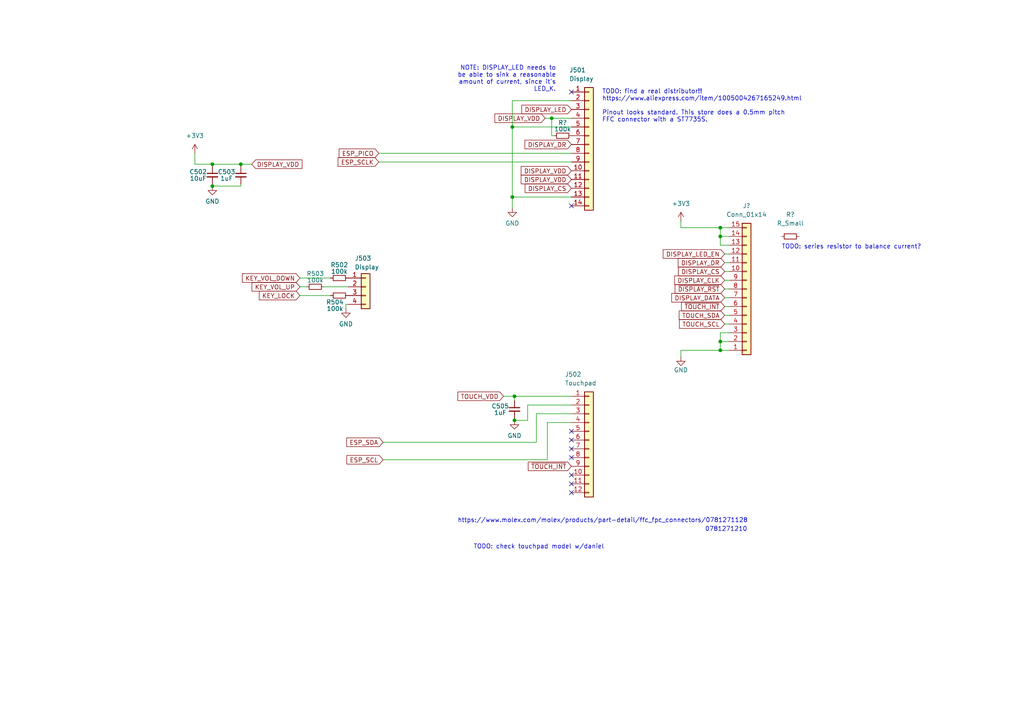
<source format=kicad_sch>
(kicad_sch (version 20211123) (generator eeschema)
  (paper "A4")
  (lib_symbols
    (symbol "Connector_Generic:Conn_01x04" (pin_names (offset 1.016) hide)
      (property "Reference" "J" (at 0 5.08 0))
      (property "Value" "Conn_01x04" (at 0 -7.62 0))
      (symbol "Conn_01x04_1_1"
        (rectangle (start -1.27 -4.953) (end 0 -5.207) (stroke (width 0.1524)))
        (rectangle (start -1.27 -2.413) (end 0 -2.667) (stroke (width 0.1524)))
        (rectangle (start -1.27 0.127) (end 0 -0.127) (stroke (width 0.1524)))
        (rectangle (start -1.27 2.667) (end 0 2.413) (stroke (width 0.1524)))
        (rectangle (start -1.27 3.81) (end 1.27 -6.35) (stroke (width 0.254)) (fill (type background)))
        (pin passive line (at -5.08 2.54 0) (length 3.81) (name "Pin_1") (number "1"))
        (pin passive line (at -5.08 0 0) (length 3.81) (name "Pin_2") (number "2"))
        (pin passive line (at -5.08 -2.54 0) (length 3.81) (name "Pin_3") (number "3"))
        (pin passive line (at -5.08 -5.08 0) (length 3.81) (name "Pin_4") (number "4"))
      )
    )
    (symbol "Connector_Generic:Conn_01x12" (pin_names (offset 1.016) hide)
      (property "Reference" "J" (at 0 15.24 0))
      (property "Value" "Conn_01x12" (at 0 -17.78 0))
      (symbol "Conn_01x12_1_1"
        (rectangle (start -1.27 -15.113) (end 0 -15.367) (stroke (width 0.1524)))
        (rectangle (start -1.27 -12.573) (end 0 -12.827) (stroke (width 0.1524)))
        (rectangle (start -1.27 -10.033) (end 0 -10.287) (stroke (width 0.1524)))
        (rectangle (start -1.27 -7.493) (end 0 -7.747) (stroke (width 0.1524)))
        (rectangle (start -1.27 -4.953) (end 0 -5.207) (stroke (width 0.1524)))
        (rectangle (start -1.27 -2.413) (end 0 -2.667) (stroke (width 0.1524)))
        (rectangle (start -1.27 0.127) (end 0 -0.127) (stroke (width 0.1524)))
        (rectangle (start -1.27 2.667) (end 0 2.413) (stroke (width 0.1524)))
        (rectangle (start -1.27 5.207) (end 0 4.953) (stroke (width 0.1524)))
        (rectangle (start -1.27 7.747) (end 0 7.493) (stroke (width 0.1524)))
        (rectangle (start -1.27 10.287) (end 0 10.033) (stroke (width 0.1524)))
        (rectangle (start -1.27 12.827) (end 0 12.573) (stroke (width 0.1524)))
        (rectangle (start -1.27 13.97) (end 1.27 -16.51) (stroke (width 0.254)) (fill (type background)))
        (pin passive line (at -5.08 12.7 0) (length 3.81) (name "Pin_1") (number "1"))
        (pin passive line (at -5.08 -10.16 0) (length 3.81) (name "Pin_10") (number "10"))
        (pin passive line (at -5.08 -12.7 0) (length 3.81) (name "Pin_11") (number "11"))
        (pin passive line (at -5.08 -15.24 0) (length 3.81) (name "Pin_12") (number "12"))
        (pin passive line (at -5.08 10.16 0) (length 3.81) (name "Pin_2") (number "2"))
        (pin passive line (at -5.08 7.62 0) (length 3.81) (name "Pin_3") (number "3"))
        (pin passive line (at -5.08 5.08 0) (length 3.81) (name "Pin_4") (number "4"))
        (pin passive line (at -5.08 2.54 0) (length 3.81) (name "Pin_5") (number "5"))
        (pin passive line (at -5.08 0 0) (length 3.81) (name "Pin_6") (number "6"))
        (pin passive line (at -5.08 -2.54 0) (length 3.81) (name "Pin_7") (number "7"))
        (pin passive line (at -5.08 -5.08 0) (length 3.81) (name "Pin_8") (number "8"))
        (pin passive line (at -5.08 -7.62 0) (length 3.81) (name "Pin_9") (number "9"))
      )
    )
    (symbol "Connector_Generic:Conn_01x14" (pin_names (offset 1.016) hide)
      (property "Reference" "J" (at 0 17.78 0))
      (property "Value" "Conn_01x14" (at 0 -20.32 0))
      (symbol "Conn_01x14_1_1"
        (rectangle (start -1.27 -17.653) (end 0 -17.907) (stroke (width 0.1524)))
        (rectangle (start -1.27 -15.113) (end 0 -15.367) (stroke (width 0.1524)))
        (rectangle (start -1.27 -12.573) (end 0 -12.827) (stroke (width 0.1524)))
        (rectangle (start -1.27 -10.033) (end 0 -10.287) (stroke (width 0.1524)))
        (rectangle (start -1.27 -7.493) (end 0 -7.747) (stroke (width 0.1524)))
        (rectangle (start -1.27 -4.953) (end 0 -5.207) (stroke (width 0.1524)))
        (rectangle (start -1.27 -2.413) (end 0 -2.667) (stroke (width 0.1524)))
        (rectangle (start -1.27 0.127) (end 0 -0.127) (stroke (width 0.1524)))
        (rectangle (start -1.27 2.667) (end 0 2.413) (stroke (width 0.1524)))
        (rectangle (start -1.27 5.207) (end 0 4.953) (stroke (width 0.1524)))
        (rectangle (start -1.27 7.747) (end 0 7.493) (stroke (width 0.1524)))
        (rectangle (start -1.27 10.287) (end 0 10.033) (stroke (width 0.1524)))
        (rectangle (start -1.27 12.827) (end 0 12.573) (stroke (width 0.1524)))
        (rectangle (start -1.27 15.367) (end 0 15.113) (stroke (width 0.1524)))
        (rectangle (start -1.27 16.51) (end 1.27 -19.05) (stroke (width 0.254)) (fill (type background)))
        (pin passive line (at -5.08 15.24 0) (length 3.81) (name "Pin_1") (number "1"))
        (pin passive line (at -5.08 -7.62 0) (length 3.81) (name "Pin_10") (number "10"))
        (pin passive line (at -5.08 -10.16 0) (length 3.81) (name "Pin_11") (number "11"))
        (pin passive line (at -5.08 -12.7 0) (length 3.81) (name "Pin_12") (number "12"))
        (pin passive line (at -5.08 -15.24 0) (length 3.81) (name "Pin_13") (number "13"))
        (pin passive line (at -5.08 -17.78 0) (length 3.81) (name "Pin_14") (number "14"))
        (pin passive line (at -5.08 12.7 0) (length 3.81) (name "Pin_2") (number "2"))
        (pin passive line (at -5.08 10.16 0) (length 3.81) (name "Pin_3") (number "3"))
        (pin passive line (at -5.08 7.62 0) (length 3.81) (name "Pin_4") (number "4"))
        (pin passive line (at -5.08 5.08 0) (length 3.81) (name "Pin_5") (number "5"))
        (pin passive line (at -5.08 2.54 0) (length 3.81) (name "Pin_6") (number "6"))
        (pin passive line (at -5.08 0 0) (length 3.81) (name "Pin_7") (number "7"))
        (pin passive line (at -5.08 -2.54 0) (length 3.81) (name "Pin_8") (number "8"))
        (pin passive line (at -5.08 -5.08 0) (length 3.81) (name "Pin_9") (number "9"))
      )
    )
    (symbol "Connector_Generic:Conn_01x15" (pin_names (offset 1.016) hide)
      (property "Reference" "J" (at 0 20.32 0))
      (property "Value" "Conn_01x15" (at 0 -20.32 0))
      (symbol "Conn_01x15_1_1"
        (rectangle (start -1.27 -17.653) (end 0 -17.907) (stroke (width 0.1524)))
        (rectangle (start -1.27 -15.113) (end 0 -15.367) (stroke (width 0.1524)))
        (rectangle (start -1.27 -12.573) (end 0 -12.827) (stroke (width 0.1524)))
        (rectangle (start -1.27 -10.033) (end 0 -10.287) (stroke (width 0.1524)))
        (rectangle (start -1.27 -7.493) (end 0 -7.747) (stroke (width 0.1524)))
        (rectangle (start -1.27 -4.953) (end 0 -5.207) (stroke (width 0.1524)))
        (rectangle (start -1.27 -2.413) (end 0 -2.667) (stroke (width 0.1524)))
        (rectangle (start -1.27 0.127) (end 0 -0.127) (stroke (width 0.1524)))
        (rectangle (start -1.27 2.667) (end 0 2.413) (stroke (width 0.1524)))
        (rectangle (start -1.27 5.207) (end 0 4.953) (stroke (width 0.1524)))
        (rectangle (start -1.27 7.747) (end 0 7.493) (stroke (width 0.1524)))
        (rectangle (start -1.27 10.287) (end 0 10.033) (stroke (width 0.1524)))
        (rectangle (start -1.27 12.827) (end 0 12.573) (stroke (width 0.1524)))
        (rectangle (start -1.27 15.367) (end 0 15.113) (stroke (width 0.1524)))
        (rectangle (start -1.27 17.907) (end 0 17.653) (stroke (width 0.1524)))
        (rectangle (start -1.27 19.05) (end 1.27 -19.05) (stroke (width 0.254)) (fill (type background)))
        (pin passive line (at -5.08 17.78 0) (length 3.81) (name "Pin_1") (number "1"))
        (pin passive line (at -5.08 -5.08 0) (length 3.81) (name "Pin_10") (number "10"))
        (pin passive line (at -5.08 -7.62 0) (length 3.81) (name "Pin_11") (number "11"))
        (pin passive line (at -5.08 -10.16 0) (length 3.81) (name "Pin_12") (number "12"))
        (pin passive line (at -5.08 -12.7 0) (length 3.81) (name "Pin_13") (number "13"))
        (pin passive line (at -5.08 -15.24 0) (length 3.81) (name "Pin_14") (number "14"))
        (pin passive line (at -5.08 -17.78 0) (length 3.81) (name "Pin_15") (number "15"))
        (pin passive line (at -5.08 15.24 0) (length 3.81) (name "Pin_2") (number "2"))
        (pin passive line (at -5.08 12.7 0) (length 3.81) (name "Pin_3") (number "3"))
        (pin passive line (at -5.08 10.16 0) (length 3.81) (name "Pin_4") (number "4"))
        (pin passive line (at -5.08 7.62 0) (length 3.81) (name "Pin_5") (number "5"))
        (pin passive line (at -5.08 5.08 0) (length 3.81) (name "Pin_6") (number "6"))
        (pin passive line (at -5.08 2.54 0) (length 3.81) (name "Pin_7") (number "7"))
        (pin passive line (at -5.08 0 0) (length 3.81) (name "Pin_8") (number "8"))
        (pin passive line (at -5.08 -2.54 0) (length 3.81) (name "Pin_9") (number "9"))
      )
    )
    (symbol "Device:C_Small" (pin_numbers hide) (pin_names (offset 0.254) hide)
      (property "Reference" "C" (at 0.254 1.778 0))
      (property "Value" "C_Small" (at 0.254 -2.032 0))
      (symbol "C_Small_0_1"
        (polyline (pts (xy -1.524 -0.508) (xy 1.524 -0.508)) (stroke (width 0.3302)))
        (polyline (pts (xy -1.524 0.508) (xy 1.524 0.508)) (stroke (width 0.3048)))
      )
      (symbol "C_Small_1_1"
        (pin passive line (at 0 2.54 270) (length 2.032) (name "~") (number "1"))
        (pin passive line (at 0 -2.54 90) (length 2.032) (name "~") (number "2"))
      )
    )
    (symbol "Device:R_Small" (pin_numbers hide) (pin_names (offset 0.254) hide)
      (property "Reference" "R" (at 0.762 0.508 0))
      (property "Value" "R_Small" (at 0.762 -1.016 0))
      (symbol "R_Small_0_1"
        (rectangle (start -0.762 1.778) (end 0.762 -1.778) (stroke (width 0.2032)))
      )
      (symbol "R_Small_1_1"
        (pin passive line (at 0 2.54 270) (length 0.762) (name "~") (number "1"))
        (pin passive line (at 0 -2.54 90) (length 0.762) (name "~") (number "2"))
      )
    )
    (symbol "power:+3V3" (power) (pin_names (offset 0))
      (property "Value" "+3V3" (at 0 3.556 0))
      (symbol "+3V3_0_1"
        (polyline (pts (xy -0.762 1.27) (xy 0 2.54)))
        (polyline (pts (xy 0 0) (xy 0 2.54)))
        (polyline (pts (xy 0 2.54) (xy 0.762 1.27)))
      )
      (symbol "+3V3_1_1"
        (pin power_in line (at 0 0 90) (length 0) hide (name "+3V3") (number "1"))
      )
    )
    (symbol "power:GND" (power) (pin_names (offset 0))
      (property "Value" "GND" (at 0 -3.81 0))
      (symbol "GND_0_1"
        (polyline (pts (xy 0 0) (xy 0 -1.27) (xy 1.27 -1.27) (xy 0 -2.54) (xy -1.27 -1.27) (xy 0 -1.27)))
      )
      (symbol "GND_1_1"
        (pin power_in line (at 0 0 270) (length 0) hide (name "GND") (number "1"))
      )
    )
  )
  (junction (at 149.225 121.92))
  (junction (at 69.85 47.625))
  (junction (at 148.59 57.15))
  (junction (at 61.595 53.975))
  (junction (at 208.915 66.04))
  (junction (at 208.915 99.06))
  (junction (at 160.02 34.29))
  (junction (at 208.915 68.58))
  (junction (at 61.595 47.625))
  (junction (at 208.915 101.6))
  (junction (at 149.225 114.935))
  (junction (at 148.59 36.83))
  (no_connect (at 165.735 59.69))
  (no_connect (at 165.735 137.795))
  (no_connect (at 165.735 26.67))
  (no_connect (at 165.735 132.715))
  (no_connect (at 165.735 140.335))
  (no_connect (at 165.735 142.875))
  (no_connect (at 165.735 125.095))
  (no_connect (at 165.735 127.635))
  (no_connect (at 165.735 130.175))
  (wire (pts (xy 197.485 101.6) (xy 208.915 101.6)))
  (wire (pts (xy 210.185 76.2) (xy 211.455 76.2)))
  (wire (pts (xy 109.855 46.99) (xy 165.735 46.99)))
  (wire (pts (xy 208.915 99.06) (xy 208.915 101.6)))
  (wire (pts (xy 149.225 116.205) (xy 149.225 114.935)))
  (wire (pts (xy 155.575 128.27) (xy 155.575 120.015)))
  (wire (pts (xy 148.59 36.83) (xy 165.735 36.83)))
  (wire (pts (xy 86.995 85.725) (xy 95.885 85.725)))
  (wire (pts (xy 210.185 86.36) (xy 211.455 86.36)))
  (wire (pts (xy 86.995 83.185) (xy 88.9 83.185)))
  (wire (pts (xy 208.915 68.58) (xy 208.915 66.04)))
  (wire (pts (xy 210.185 78.74) (xy 211.455 78.74)))
  (wire (pts (xy 211.455 71.12) (xy 208.915 71.12)))
  (wire (pts (xy 153.035 117.475) (xy 153.035 121.92)))
  (wire (pts (xy 158.75 122.555) (xy 158.75 133.35)))
  (wire (pts (xy 148.59 57.15) (xy 165.735 57.15)))
  (wire (pts (xy 155.575 120.015) (xy 165.735 120.015)))
  (wire (pts (xy 165.735 29.21) (xy 148.59 29.21)))
  (wire (pts (xy 197.485 103.505) (xy 197.485 101.6)))
  (wire (pts (xy 210.185 88.9) (xy 211.455 88.9)))
  (wire (pts (xy 148.59 36.83) (xy 148.59 57.15)))
  (wire (pts (xy 160.655 39.37) (xy 160.02 39.37)))
  (wire (pts (xy 100.965 88.265) (xy 100.33 88.265)))
  (wire (pts (xy 211.455 99.06) (xy 208.915 99.06)))
  (wire (pts (xy 111.125 133.35) (xy 158.75 133.35)))
  (wire (pts (xy 69.85 47.625) (xy 73.025 47.625)))
  (wire (pts (xy 100.33 88.265) (xy 100.33 89.535)))
  (wire (pts (xy 149.225 121.92) (xy 149.225 121.285)))
  (wire (pts (xy 61.595 47.625) (xy 69.85 47.625)))
  (wire (pts (xy 165.735 122.555) (xy 158.75 122.555)))
  (wire (pts (xy 111.125 128.27) (xy 155.575 128.27)))
  (wire (pts (xy 211.455 68.58) (xy 208.915 68.58)))
  (wire (pts (xy 148.59 57.15) (xy 148.59 60.325)))
  (wire (pts (xy 165.735 117.475) (xy 153.035 117.475)))
  (wire (pts (xy 210.185 91.44) (xy 211.455 91.44)))
  (wire (pts (xy 160.02 34.29) (xy 160.02 39.37)))
  (wire (pts (xy 208.915 101.6) (xy 211.455 101.6)))
  (wire (pts (xy 146.05 114.935) (xy 149.225 114.935)))
  (wire (pts (xy 56.515 44.45) (xy 56.515 47.625)))
  (wire (pts (xy 69.85 53.34) (xy 69.85 53.975)))
  (wire (pts (xy 210.185 83.82) (xy 211.455 83.82)))
  (wire (pts (xy 61.595 53.975) (xy 61.595 53.34)))
  (wire (pts (xy 109.855 44.45) (xy 165.735 44.45)))
  (wire (pts (xy 211.455 96.52) (xy 208.915 96.52)))
  (wire (pts (xy 93.98 83.185) (xy 100.965 83.185)))
  (wire (pts (xy 149.225 114.935) (xy 165.735 114.935)))
  (wire (pts (xy 61.595 48.26) (xy 61.595 47.625)))
  (wire (pts (xy 208.915 71.12) (xy 208.915 68.58)))
  (wire (pts (xy 208.915 96.52) (xy 208.915 99.06)))
  (wire (pts (xy 153.035 121.92) (xy 149.225 121.92)))
  (wire (pts (xy 69.85 53.975) (xy 61.595 53.975)))
  (wire (pts (xy 56.515 47.625) (xy 61.595 47.625)))
  (wire (pts (xy 210.185 93.98) (xy 211.455 93.98)))
  (wire (pts (xy 160.02 34.29) (xy 165.735 34.29)))
  (wire (pts (xy 148.59 29.21) (xy 148.59 36.83)))
  (wire (pts (xy 197.485 66.04) (xy 208.915 66.04)))
  (wire (pts (xy 197.485 64.135) (xy 197.485 66.04)))
  (wire (pts (xy 208.915 66.04) (xy 211.455 66.04)))
  (wire (pts (xy 69.85 47.625) (xy 69.85 48.26)))
  (wire (pts (xy 86.995 80.645) (xy 95.885 80.645)))
  (wire (pts (xy 210.185 73.66) (xy 211.455 73.66)))
  (wire (pts (xy 210.185 81.28) (xy 211.455 81.28)))
  (wire (pts (xy 158.115 34.29) (xy 160.02 34.29)))
  (text "0781271210" (at 204.47 154.305 0) (effects (font (size 1.27 1.27)) (justify left bottom)))
  (text "TODO: find a real distributor!!\nhttps://www.aliexpress.com/item/1005004267165249.html\n\nPinout looks standard. This store does a 0.5mm pitch\nFFC connector with a ST7735S." (at 174.625 35.56 0) (effects (font (size 1.27 1.27)) (justify left bottom)))
  (text "TODO: check touchpad model w/daniel" (at 175.26 159.385 180) (effects (font (size 1.27 1.27)) (justify right bottom)))
  (text "TODO: series resistor to balance current?" (at 226.695 72.39 0) (effects (font (size 1.27 1.27)) (justify left bottom)))
  (text "NOTE: DISPLAY_LED needs to\nbe able to sink a reasonable\namount of current, since it's\nLED_K." (at 161.29 26.67 0) (effects (font (size 1.27 1.27)) (justify right bottom)))
  (text "https://www.molex.com/molex/products/part-detail/ffc_fpc_connectors/0781271128" (at 132.715 151.765 0) (effects (font (size 1.27 1.27)) (justify left bottom)))
  (global_label "DISPLAY_VDD" (shape input) (at 73.025 47.625 0) (property "Intersheet References" "${INTERSHEET_REFS}" (effects hide)))
  (global_label "~{DISPLAY_RST}" (shape input) (at 210.185 83.82 180) (property "Intersheet References" "${INTERSHEET_REFS}" (effects hide)))
  (global_label "DISPLAY_DR" (shape input) (at 210.185 76.2 180) (property "Intersheet References" "${INTERSHEET_REFS}" (effects hide)))
  (global_label "KEY_LOCK" (shape input) (at 86.995 85.725 180) (property "Intersheet References" "${INTERSHEET_REFS}" (effects hide)))
  (global_label "KEY_VOL_UP" (shape input) (at 86.995 83.185 180) (property "Intersheet References" "${INTERSHEET_REFS}" (effects hide)))
  (global_label "DISPLAY_VDD" (shape input) (at 165.735 49.53 180) (property "Intersheet References" "${INTERSHEET_REFS}" (effects hide)))
  (global_label "DISPLAY_CLK" (shape input) (at 210.185 81.28 180) (property "Intersheet References" "${INTERSHEET_REFS}" (effects hide)))
  (global_label "ESP_PICO" (shape input) (at 109.855 44.45 180) (property "Intersheet References" "${INTERSHEET_REFS}" (effects hide)))
  (global_label "TOUCH_VDD" (shape input) (at 146.05 114.935 180) (property "Intersheet References" "${INTERSHEET_REFS}" (effects hide)))
  (global_label "KEY_VOL_DOWN" (shape input) (at 86.995 80.645 180) (property "Intersheet References" "${INTERSHEET_REFS}" (effects hide)))
  (global_label "ESP_SDA" (shape input) (at 111.125 128.27 180) (property "Intersheet References" "${INTERSHEET_REFS}" (effects hide)))
  (global_label "TOUCH_SCL" (shape input) (at 210.185 93.98 180) (property "Intersheet References" "${INTERSHEET_REFS}" (effects hide)))
  (global_label "DISPLAY_LED" (shape input) (at 165.735 31.75 180) (property "Intersheet References" "${INTERSHEET_REFS}" (effects hide)))
  (global_label "ESP_SCLK" (shape input) (at 109.855 46.99 180) (property "Intersheet References" "${INTERSHEET_REFS}" (effects hide)))
  (global_label "DISPLAY_VDD" (shape input) (at 158.115 34.29 180) (property "Intersheet References" "${INTERSHEET_REFS}" (effects hide)))
  (global_label "DISPLAY_DATA" (shape input) (at 210.185 86.36 180) (property "Intersheet References" "${INTERSHEET_REFS}" (effects hide)))
  (global_label "TOUCH_SDA" (shape input) (at 210.185 91.44 180) (property "Intersheet References" "${INTERSHEET_REFS}" (effects hide)))
  (global_label "DISPLAY_CS" (shape input) (at 165.735 54.61 180) (property "Intersheet References" "${INTERSHEET_REFS}" (effects hide)))
  (global_label "DISPLAY_LED_EN" (shape input) (at 210.185 73.66 180) (property "Intersheet References" "${INTERSHEET_REFS}" (effects hide)))
  (global_label "ESP_SCL" (shape input) (at 111.125 133.35 180) (property "Intersheet References" "${INTERSHEET_REFS}" (effects hide)))
  (global_label "~{TOUCH_INT}" (shape input) (at 210.185 88.9 180) (property "Intersheet References" "${INTERSHEET_REFS}" (effects hide)))
  (global_label "DISPLAY_DR" (shape input) (at 165.735 41.91 180) (property "Intersheet References" "${INTERSHEET_REFS}" (effects hide)))
  (global_label "DISPLAY_VDD" (shape input) (at 165.735 52.07 180) (property "Intersheet References" "${INTERSHEET_REFS}" (effects hide)))
  (global_label "DISPLAY_CS" (shape input) (at 210.185 78.74 180) (property "Intersheet References" "${INTERSHEET_REFS}" (effects hide)))
  (global_label "~{TOUCH_INT}" (shape input) (at 165.735 135.255 180) (property "Intersheet References" "${INTERSHEET_REFS}" (effects hide)))
  (symbol (lib_id "power:GND") (at 197.485 103.505 0) (unit 1)
    (property "Reference" "#PWR?" (effects hide))
    (property "Value" "GND" (at 197.485 107.315 0))
  )
  (symbol (lib_id "Connector_Generic:Conn_01x12") (at 170.815 127.635 0) (unit 1)
    (property "Reference" "J502" (at 163.83 108.585 0) (effects (justify left)))
    (property "Value" "Touchpad" (at 163.83 111.125 0) (effects (justify left)))
    (property "Footprint" "footprints:molex-zif-12p" (effects hide))
    (property "PN" "0781271210" (effects hide))
  )
  (symbol (lib_id "power:GND") (at 100.33 89.535 0) (unit 1)
    (property "Reference" "#PWR0508" (effects hide))
    (property "Value" "GND" (at 100.33 93.98 0))
  )
  (symbol (lib_id "Connector_Generic:Conn_01x14") (at 170.815 41.91 0) (unit 1)
    (property "Reference" "J501" (at 165.1 20.32 0) (effects (justify left)))
    (property "Value" "Display" (at 165.1 22.86 0) (effects (justify left)))
    (property "Footprint" "footprints:molex-zif-14p" (effects hide))
    (property "PN" "0781271410" (effects hide))
  )
  (symbol (lib_id "power:GND") (at 149.225 121.92 0) (unit 1)
    (property "Reference" "#PWR0512" (effects hide))
    (property "Value" "GND" (at 149.225 126.365 0))
  )
  (symbol (lib_id "Connector_Generic:Conn_01x15") (at 216.535 83.82 0) (mirror x) (unit 1)
    (property "Reference" "J?" (at 216.535 59.69 0))
    (property "Value" "Conn_01x14" (at 216.535 62.23 0))
    (property "Footprint" "Connector_FFC-FPC:Molex_200528-0150_1x15-1MP_P1.00mm_Horizontal" (effects hide))
  )
  (symbol (lib_id "power:+3V3") (at 197.485 64.135 0) (unit 1)
    (property "Reference" "#PWR?" (effects hide))
    (property "Value" "+3V3" (at 197.485 59.055 0))
  )
  (symbol (lib_id "power:GND") (at 61.595 53.975 0) (unit 1)
    (property "Reference" "#PWR0505" (effects hide))
    (property "Value" "GND" (at 61.595 58.42 0))
  )
  (symbol (lib_id "power:+3V3") (at 56.515 44.45 0) (unit 1)
    (property "Reference" "#PWR?" (effects hide))
    (property "Value" "+3V3" (at 56.515 39.37 0))
  )
  (symbol (lib_id "Device:R_Small") (at 229.235 68.58 90) (unit 1)
    (property "Reference" "R?" (at 229.235 62.23 90))
    (property "Value" "R_Small" (at 229.235 64.77 90))
  )
  (symbol (lib_id "Device:C_Small") (at 149.225 118.745 0) (unit 1)
    (property "Reference" "C505" (at 145.0975 117.7925 0))
    (property "Value" "1uF" (at 145.0975 119.6975 0))
    (property "Footprint" "Capacitor_SMD:C_0805_2012Metric" (effects hide))
    (property "PN" "EMK212BJ105KG-T" (effects hide))
  )
  (symbol (lib_id "Device:C_Small") (at 69.85 50.8 0) (unit 1)
    (property "Reference" "C503" (at 65.7225 49.8475 0))
    (property "Value" "1uF" (at 65.7225 51.7525 0))
    (property "Footprint" "Capacitor_SMD:C_0805_2012Metric" (effects hide))
    (property "PN" "EMK212BJ105KG-T" (effects hide))
  )
  (symbol (lib_id "Connector_Generic:Conn_01x04") (at 106.045 83.185 0) (unit 1)
    (property "Reference" "J503" (at 102.87 74.93 0) (effects (justify left)))
    (property "Value" "Display" (at 102.87 77.47 0) (effects (justify left)))
    (property "Footprint" "footprints:MOLEX_0528080470" (effects hide))
    (property "PN" "0528080470" (effects hide))
  )
  (symbol (lib_id "power:GND") (at 148.59 60.325 0) (unit 1)
    (property "Reference" "#PWR0507" (effects hide))
    (property "Value" "GND" (at 148.59 64.77 0))
  )
  (symbol (lib_id "Device:R_Small") (at 98.425 85.725 90) (unit 1)
    (property "Reference" "R502" (at 98.425 76.835 90))
    (property "Value" "100k" (at 98.425 78.74 90))
    (property "Footprint" "Resistor_SMD:R_0603_1608Metric" (effects hide))
    (property "PN" "RC0603JR-10100KL" (effects hide))
  )
  (symbol (lib_id "Device:R_Small") (at 98.425 80.645 90) (unit 1)
    (property "Reference" "R504" (at 97.155 87.63 90))
    (property "Value" "100k" (at 97.155 89.535 90))
    (property "Footprint" "Resistor_SMD:R_0603_1608Metric" (effects hide))
    (property "PN" "RC0603JR-10100KL" (effects hide))
  )
  (symbol (lib_id "Device:C_Small") (at 61.595 50.8 0) (unit 1)
    (property "Reference" "C502" (at 57.4675 49.8475 0))
    (property "Value" "10uF" (at 57.4675 51.7525 0))
    (property "Footprint" "Capacitor_SMD:C_0805_2012Metric" (effects hide))
    (property "PN" "EMK212ABJ106KG-T" (effects hide))
  )
  (symbol (lib_id "Device:R_Small") (at 91.44 83.185 90) (unit 1)
    (property "Reference" "R503" (at 91.44 79.375 90))
    (property "Value" "100k" (at 91.44 81.28 90))
    (property "Footprint" "Resistor_SMD:R_0603_1608Metric" (effects hide))
    (property "PN" "RC0603JR-10100KL" (effects hide))
  )
  (symbol (lib_id "Device:R_Small") (at 163.195 39.37 90) (unit 1)
    (property "Reference" "R?" (at 163.195 35.56 90))
    (property "Value" "100k" (at 163.195 37.465 90))
    (property "Footprint" "Resistor_SMD:R_0603_1608Metric" (effects hide))
    (property "PN" "RC0603JR-10100KL" (effects hide))
  )
)
</source>
